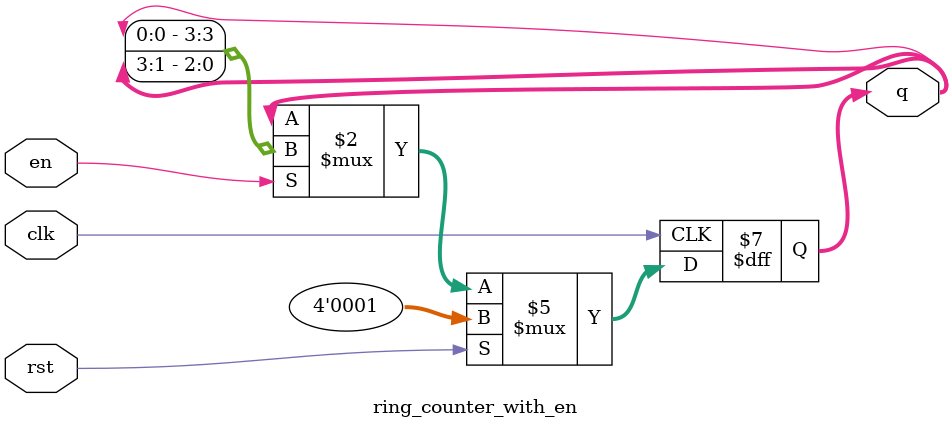
<source format=sv>
module ring_counter_with_en (
    input clk, en, rst,
    output reg [3:0] q
);
always @(posedge clk) begin
    if (rst) q <= 4'b0001;
    else if (en) q <= {q[0], q[3:1]};
end
endmodule

</source>
